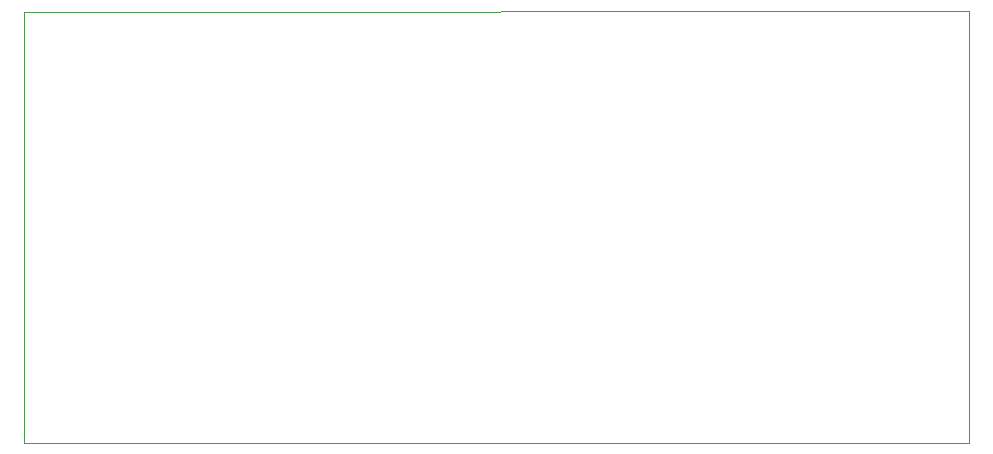
<source format=gbr>
%TF.GenerationSoftware,KiCad,Pcbnew,9.0.1*%
%TF.CreationDate,2025-10-10T15:40:48-03:00*%
%TF.ProjectId,minisumo,6d696e69-7375-46d6-9f2e-6b696361645f,rev?*%
%TF.SameCoordinates,Original*%
%TF.FileFunction,Profile,NP*%
%FSLAX46Y46*%
G04 Gerber Fmt 4.6, Leading zero omitted, Abs format (unit mm)*
G04 Created by KiCad (PCBNEW 9.0.1) date 2025-10-10 15:40:48*
%MOMM*%
%LPD*%
G01*
G04 APERTURE LIST*
%TA.AperFunction,Profile*%
%ADD10C,0.050000*%
%TD*%
G04 APERTURE END LIST*
D10*
X228749984Y-56400000D02*
X148750000Y-56450126D01*
X148750000Y-56450126D02*
X148750000Y-92950000D01*
X148750000Y-92950000D02*
X228750000Y-92950000D01*
X228750000Y-56400000D02*
X228750000Y-92950000D01*
M02*

</source>
